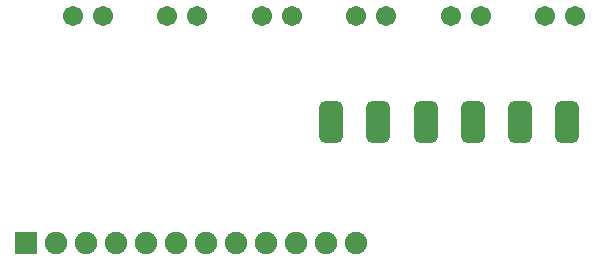
<source format=gts>
G04*
G04 #@! TF.GenerationSoftware,Altium Limited,Altium Designer,18.0.12 (696)*
G04*
G04 Layer_Color=8388736*
%FSLAX25Y25*%
%MOIN*%
G70*
G01*
G75*
G04:AMPARAMS|DCode=12|XSize=141.86mil|YSize=78.87mil|CornerRadius=21.72mil|HoleSize=0mil|Usage=FLASHONLY|Rotation=90.000|XOffset=0mil|YOffset=0mil|HoleType=Round|Shape=RoundedRectangle|*
%AMROUNDEDRECTD12*
21,1,0.14186,0.03543,0,0,90.0*
21,1,0.09843,0.07887,0,0,90.0*
1,1,0.04343,0.01772,0.04921*
1,1,0.04343,0.01772,-0.04921*
1,1,0.04343,-0.01772,-0.04921*
1,1,0.04343,-0.01772,0.04921*
%
%ADD12ROUNDEDRECTD12*%
%ADD13C,0.07493*%
%ADD14R,0.07493X0.07493*%
%ADD15C,0.06706*%
D12*
X240158Y94488D02*
D03*
X208661D02*
D03*
X255906D02*
D03*
X177165D02*
D03*
X192913D02*
D03*
X224409D02*
D03*
D13*
X85327Y54366D02*
D03*
X95327D02*
D03*
X105327D02*
D03*
X115327D02*
D03*
X125327D02*
D03*
X135327D02*
D03*
X145327D02*
D03*
X155327D02*
D03*
X165327D02*
D03*
X175327D02*
D03*
X185327D02*
D03*
D14*
X75327D02*
D03*
D15*
X91020Y130000D02*
D03*
X101020D02*
D03*
X122516D02*
D03*
X154012D02*
D03*
X185508D02*
D03*
X217004D02*
D03*
X248500D02*
D03*
X132516D02*
D03*
X164012D02*
D03*
X195508D02*
D03*
X227004D02*
D03*
X258500D02*
D03*
M02*

</source>
